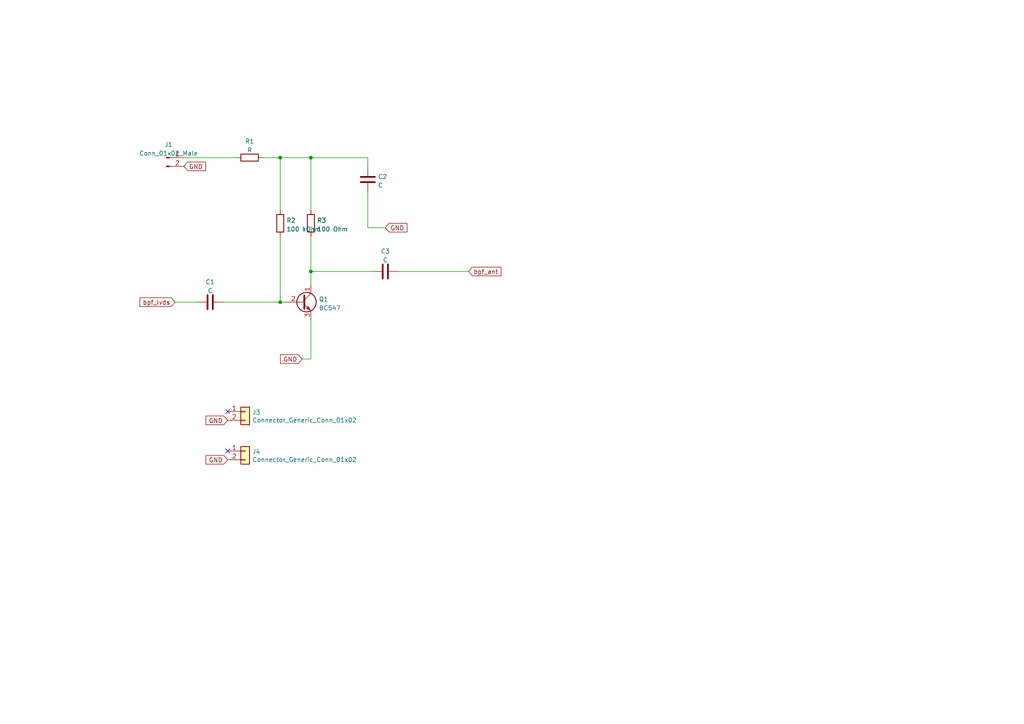
<source format=kicad_sch>
(kicad_sch (version 20211123) (generator eeschema)
  (paper "A4")
  (lib_symbols
    (symbol "Connector:Conn_01x02_Male" (pin_names (offset 1.016) hide)
      (property "Reference" "J" (at 0 2.54 0))
      (property "Value" "Conn_01x02_Male" (at 0 -5.08 0))
      (symbol "Conn_01x02_Male_1_1"
        (polyline (pts (xy 1.27 -2.54) (xy 0.8636 -2.54)) (stroke (width 0.1524)))
        (polyline (pts (xy 1.27 0) (xy 0.8636 0)) (stroke (width 0.1524)))
        (rectangle (start 0.8636 -2.413) (end 0 -2.667) (stroke (width 0.1524)) (fill (type outline)))
        (rectangle (start 0.8636 0.127) (end 0 -0.127) (stroke (width 0.1524)) (fill (type outline)))
        (pin passive line (at 5.08 0 180) (length 3.81) (name "Pin_1") (number "1"))
        (pin passive line (at 5.08 -2.54 180) (length 3.81) (name "Pin_2") (number "2"))
      )
    )
    (symbol "Device:C" (pin_numbers hide) (pin_names (offset 0.254))
      (property "Reference" "C" (at 0.635 2.54 0))
      (property "Value" "C" (at 0.635 -2.54 0))
      (symbol "C_0_1"
        (polyline (pts (xy -2.032 -0.762) (xy 2.032 -0.762)) (stroke (width 0.508)))
        (polyline (pts (xy -2.032 0.762) (xy 2.032 0.762)) (stroke (width 0.508)))
      )
      (symbol "C_1_1"
        (pin passive line (at 0 3.81 270) (length 2.794) (name "~") (number "1"))
        (pin passive line (at 0 -3.81 90) (length 2.794) (name "~") (number "2"))
      )
    )
    (symbol "Device:R" (pin_numbers hide) (pin_names (offset 0))
      (property "Reference" "R" (at 2.032 0 90))
      (property "Value" "R" (at 0 0 90))
      (symbol "R_0_1"
        (rectangle (start -1.016 -2.54) (end 1.016 2.54) (stroke (width 0.254)))
      )
      (symbol "R_1_1"
        (pin passive line (at 0 3.81 270) (length 1.27) (name "~") (number "1"))
        (pin passive line (at 0 -3.81 90) (length 1.27) (name "~") (number "2"))
      )
    )
    (symbol "Transistor_BJT:BC547" (pin_names (offset 0) hide)
      (property "Reference" "Q" (at 5.08 1.905 0))
      (property "Value" "BC547" (at 5.08 0 0))
      (symbol "BC547_0_1"
        (polyline (pts (xy 0 0) (xy 0.635 0)))
        (polyline (pts (xy 0.635 0.635) (xy 2.54 2.54)))
        (polyline (pts (xy 0.635 -0.635) (xy 2.54 -2.54) (xy 2.54 -2.54)))
        (polyline (pts (xy 0.635 1.905) (xy 0.635 -1.905) (xy 0.635 -1.905)) (stroke (width 0.508)))
        (polyline (pts (xy 1.27 -1.778) (xy 1.778 -1.27) (xy 2.286 -2.286) (xy 1.27 -1.778) (xy 1.27 -1.778)) (fill (type outline)))
        (circle (center 1.27 0) (radius 2.8194) (stroke (width 0.254)))
      )
      (symbol "BC547_1_1"
        (pin passive line (at 2.54 5.08 270) (length 2.54) (name "C") (number "1"))
        (pin input line (at -5.08 0 0) (length 5.08) (name "B") (number "2"))
        (pin passive line (at 2.54 -5.08 90) (length 2.54) (name "E") (number "3"))
      )
    )
    (symbol "bgt:Connector_Generic_Conn_01x02" (pin_names (offset 1.016) hide)
      (property "Reference" "J" (at 0 2.54 0))
      (property "Value" "bgt_Connector_Generic_Conn_01x02" (at 0 -5.08 0))
      (symbol "Connector_Generic_Conn_01x02_1_1"
        (rectangle (start -1.27 -2.413) (end 0 -2.667) (stroke (width 0.1524)))
        (rectangle (start -1.27 0.127) (end 0 -0.127) (stroke (width 0.1524)))
        (rectangle (start -1.27 1.27) (end 1.27 -3.81) (stroke (width 0.254)) (fill (type background)))
        (pin passive line (at -5.08 0 0) (length 3.81) (name "Pin_1") (number "1"))
        (pin passive line (at -5.08 -2.54 0) (length 3.81) (name "Pin_2") (number "2"))
      )
    )
  )
  (junction (at 90.17 78.74))
  (junction (at 81.28 87.63))
  (junction (at 90.17 45.72))
  (junction (at 81.28 45.72))
  (no_connect (at 66.04 130.81))
  (no_connect (at 66.04 119.38))
  (wire (pts (xy 90.17 92.71) (xy 90.17 104.14)))
  (wire (pts (xy 106.68 66.04) (xy 111.76 66.04)))
  (wire (pts (xy 106.68 55.88) (xy 106.68 66.04)))
  (wire (pts (xy 90.17 104.14) (xy 87.63 104.14)))
  (wire (pts (xy 50.8 87.63) (xy 57.15 87.63)))
  (wire (pts (xy 90.17 78.74) (xy 107.95 78.74)))
  (wire (pts (xy 64.77 87.63) (xy 81.28 87.63)))
  (wire (pts (xy 90.17 82.55) (xy 90.17 78.74)))
  (wire (pts (xy 90.17 45.72) (xy 106.68 45.72)))
  (wire (pts (xy 81.28 45.72) (xy 90.17 45.72)))
  (wire (pts (xy 81.28 45.72) (xy 81.28 60.96)))
  (wire (pts (xy 90.17 45.72) (xy 90.17 60.96)))
  (wire (pts (xy 90.17 68.58) (xy 90.17 78.74)))
  (wire (pts (xy 53.34 45.72) (xy 68.58 45.72)))
  (wire (pts (xy 115.57 78.74) (xy 135.89 78.74)))
  (wire (pts (xy 106.68 45.72) (xy 106.68 48.26)))
  (wire (pts (xy 81.28 68.58) (xy 81.28 87.63)))
  (wire (pts (xy 76.2 45.72) (xy 81.28 45.72)))
  (wire (pts (xy 81.28 87.63) (xy 82.55 87.63)))
  (global_label "GND" (shape input) (at 53.34 48.26 0) (property "Intersheet References" "${INTERSHEET_REFS}" (effects hide)))
  (global_label "GND" (shape input) (at 66.04 121.92 180) (property "Intersheet References" "${INTERSHEET_REFS}" (effects hide)))
  (global_label "GND" (shape input) (at 66.04 133.35 180) (property "Intersheet References" "${INTERSHEET_REFS}" (effects hide)))
  (global_label "bpf_lvds" (shape input) (at 50.8 87.63 180) (property "Intersheet References" "${INTERSHEET_REFS}" (effects hide)))
  (global_label "bpf_ant" (shape input) (at 135.89 78.74 0) (property "Intersheet References" "${INTERSHEET_REFS}" (effects hide)))
  (global_label "GND" (shape input) (at 87.63 104.14 180) (property "Intersheet References" "${INTERSHEET_REFS}" (effects hide)))
  (global_label "GND" (shape input) (at 111.76 66.04 0) (property "Intersheet References" "${INTERSHEET_REFS}" (effects hide)))
  (symbol (lib_id "Transistor_BJT:BC547") (at 87.63 87.63 0) (unit 1)
    (property "Reference" "Q1" (at 92.4814 86.7953 0) (effects (justify left)))
    (property "Value" "BC547" (at 92.4814 89.3322 0) (effects (justify left)))
    (property "Footprint" "Package_TO_SOT_THT:TO-92_Inline" (effects hide))
    (property "Datasheet" "https://www.onsemi.com/pub/Collateral/BC550-D.pdf" (effects hide))
  )
  (symbol (lib_id "Device:C") (at 60.96 87.63 90) (unit 1)
    (property "Reference" "C1" (at 60.96 81.7712 90))
    (property "Value" "C" (at 60.96 84.3081 90))
    (property "Footprint" "Capacitor_THT:CP_Radial_D8.0mm_P5.00mm" (effects hide))
  )
  (symbol (lib_id "Device:R") (at 81.28 64.77 0) (unit 1)
    (property "Reference" "R2" (at 83.058 63.9353 0) (effects (justify left)))
    (property "Value" "100 kOhm" (at 83.058 66.4722 0) (effects (justify left)))
    (property "Footprint" "Resistor_THT:R_Axial_DIN0204_L3.6mm_D1.6mm_P5.08mm_Horizontal" (effects hide))
  )
  (symbol (lib_id "Device:R") (at 72.39 45.72 90) (unit 1)
    (property "Reference" "R1" (at 72.39 41.0042 90))
    (property "Value" "R" (at 72.39 43.5411 90))
    (property "Footprint" "Resistor_THT:R_Axial_DIN0204_L3.6mm_D1.6mm_P5.08mm_Horizontal" (effects hide))
  )
  (symbol (lib_id "bgt:Connector_Generic_Conn_01x02") (at 71.12 130.81 0) (unit 1)
    (property "Reference" "J4" (at 73.152 131.0132 0) (effects (justify left)))
    (property "Value" "Connector_Generic_Conn_01x02" (at 73.152 133.3246 0) (effects (justify left)))
    (property "Footprint" "Connector_PinHeader_2.54mm:PinHeader_1x02_P2.54mm_Vertical" (effects hide))
  )
  (symbol (lib_id "bgt:Connector_Generic_Conn_01x02") (at 71.12 119.38 0) (unit 1)
    (property "Reference" "J3" (at 73.152 119.5832 0) (effects (justify left)))
    (property "Value" "Connector_Generic_Conn_01x02" (at 73.152 121.8946 0) (effects (justify left)))
    (property "Footprint" "Connector_PinHeader_2.54mm:PinHeader_1x02_P2.54mm_Vertical" (effects hide))
  )
  (symbol (lib_id "Device:C") (at 106.68 52.07 0) (unit 1)
    (property "Reference" "C2" (at 109.601 51.2353 0) (effects (justify left)))
    (property "Value" "C" (at 109.601 53.7722 0) (effects (justify left)))
    (property "Footprint" "Capacitor_THT:CP_Radial_D8.0mm_P5.00mm" (effects hide))
  )
  (symbol (lib_id "Connector:Conn_01x02_Male") (at 48.26 45.72 0) (unit 1)
    (property "Reference" "J1" (at 48.895 41.944 0))
    (property "Value" "Conn_01x02_Male" (at 48.895 44.4809 0))
    (property "Footprint" "Connector_PinHeader_2.54mm:PinHeader_1x02_P2.54mm_Vertical" (effects hide))
  )
  (symbol (lib_id "Device:R") (at 90.17 64.77 0) (unit 1)
    (property "Reference" "R3" (at 91.948 63.9353 0) (effects (justify left)))
    (property "Value" "100 Ohm" (at 91.948 66.4722 0) (effects (justify left)))
    (property "Footprint" "Resistor_THT:R_Axial_DIN0204_L3.6mm_D1.6mm_P5.08mm_Horizontal" (effects hide))
  )
  (symbol (lib_id "Device:C") (at 111.76 78.74 90) (unit 1)
    (property "Reference" "C3" (at 111.76 72.8812 90))
    (property "Value" "C" (at 111.76 75.4181 90))
    (property "Footprint" "Capacitor_THT:CP_Radial_D8.0mm_P5.00mm" (effects hide))
  )
)
</source>
